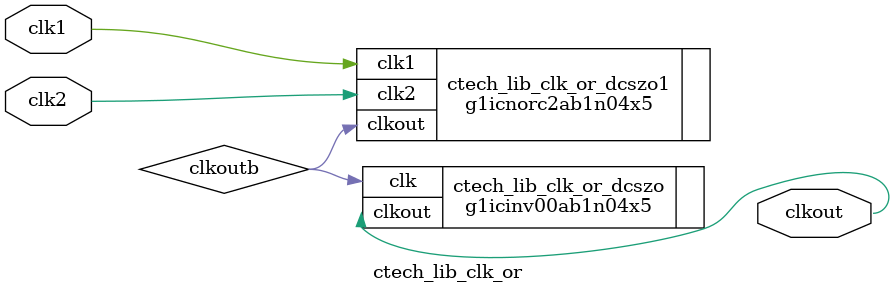
<source format=sv>

module ctech_lib_clk_or (
   output logic clkout,
   input logic clk1,
   input logic clk2 );

   logic clkoutb;

   g1icnorc2ab1n04x5 ctech_lib_clk_or_dcszo1 (.clkout(clkoutb), .clk1(clk1), .clk2(clk2));
   g1icinv00ab1n04x5 ctech_lib_clk_or_dcszo (.clk(clkoutb), .clkout(clkout));

endmodule // ctech_lib_clk_or

</source>
